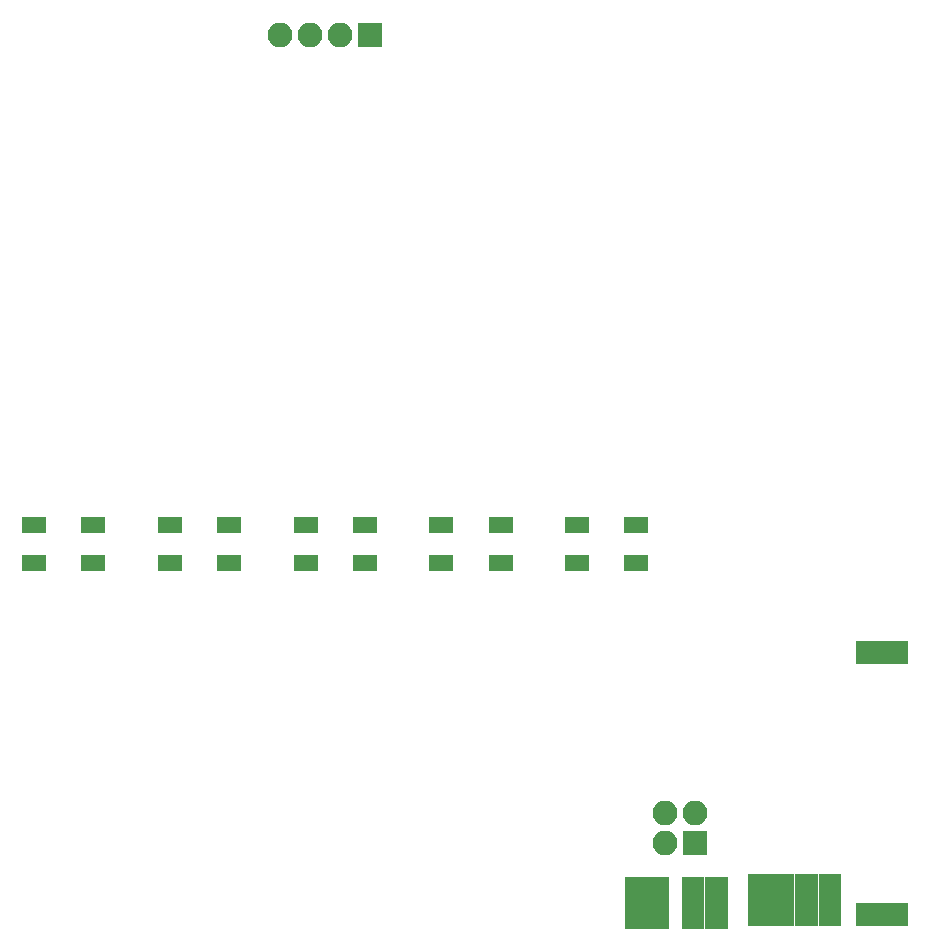
<source format=gts>
G04 #@! TF.FileFunction,Soldermask,Top*
%FSLAX46Y46*%
G04 Gerber Fmt 4.6, Leading zero omitted, Abs format (unit mm)*
G04 Created by KiCad (PCBNEW 4.0.7) date Thu Dec  7 16:12:30 2017*
%MOMM*%
%LPD*%
G01*
G04 APERTURE LIST*
%ADD10C,0.100000*%
%ADD11R,2.000000X1.400000*%
%ADD12R,2.100000X2.100000*%
%ADD13O,2.100000X2.100000*%
G04 APERTURE END LIST*
D10*
D11*
X161000000Y-104200000D03*
X161000000Y-101000000D03*
X156000000Y-104200000D03*
X156000000Y-101000000D03*
X149500000Y-104200000D03*
X149500000Y-101000000D03*
X144500000Y-104200000D03*
X144500000Y-101000000D03*
X138000000Y-104200000D03*
X138000000Y-101000000D03*
X133000000Y-104200000D03*
X133000000Y-101000000D03*
X126500000Y-104200000D03*
X126500000Y-101000000D03*
X121500000Y-104200000D03*
X121500000Y-101000000D03*
X115000000Y-104200000D03*
X115000000Y-101000000D03*
X110000000Y-104200000D03*
X110000000Y-101000000D03*
D12*
X165930000Y-127930000D03*
D13*
X163390000Y-127930000D03*
X165930000Y-125390000D03*
X163390000Y-125390000D03*
D12*
X138440000Y-59550000D03*
D13*
X135900000Y-59550000D03*
X133360000Y-59550000D03*
X130820000Y-59550000D03*
D10*
G36*
X179600000Y-112762000D02*
X179600000Y-110838000D01*
X184000000Y-110838000D01*
X184000000Y-112762000D01*
X179600000Y-112762000D01*
X179600000Y-112762000D01*
G37*
G36*
X179600000Y-134962000D02*
X179600000Y-133038000D01*
X184000000Y-133038000D01*
X184000000Y-134962000D01*
X179600000Y-134962000D01*
X179600000Y-134962000D01*
G37*
G36*
X172362000Y-135000000D02*
X170438000Y-135000000D01*
X170438000Y-130600000D01*
X172362000Y-130600000D01*
X172362000Y-135000000D01*
X172362000Y-135000000D01*
G37*
G36*
X174362000Y-135000000D02*
X172438000Y-135000000D01*
X172438000Y-130600000D01*
X174362000Y-130600000D01*
X174362000Y-135000000D01*
X174362000Y-135000000D01*
G37*
G36*
X166762000Y-135200000D02*
X164838000Y-135200000D01*
X164838000Y-130800000D01*
X166762000Y-130800000D01*
X166762000Y-135200000D01*
X166762000Y-135200000D01*
G37*
G36*
X168762000Y-135200000D02*
X166838000Y-135200000D01*
X166838000Y-130800000D01*
X168762000Y-130800000D01*
X168762000Y-135200000D01*
X168762000Y-135200000D01*
G37*
G36*
X163762000Y-135200000D02*
X161838000Y-135200000D01*
X161838000Y-130800000D01*
X163762000Y-130800000D01*
X163762000Y-135200000D01*
X163762000Y-135200000D01*
G37*
G36*
X161962000Y-135200000D02*
X160038000Y-135200000D01*
X160038000Y-130800000D01*
X161962000Y-130800000D01*
X161962000Y-135200000D01*
X161962000Y-135200000D01*
G37*
G36*
X176362000Y-135000000D02*
X174438000Y-135000000D01*
X174438000Y-130600000D01*
X176362000Y-130600000D01*
X176362000Y-135000000D01*
X176362000Y-135000000D01*
G37*
G36*
X178362000Y-135000000D02*
X176438000Y-135000000D01*
X176438000Y-130600000D01*
X178362000Y-130600000D01*
X178362000Y-135000000D01*
X178362000Y-135000000D01*
G37*
M02*

</source>
